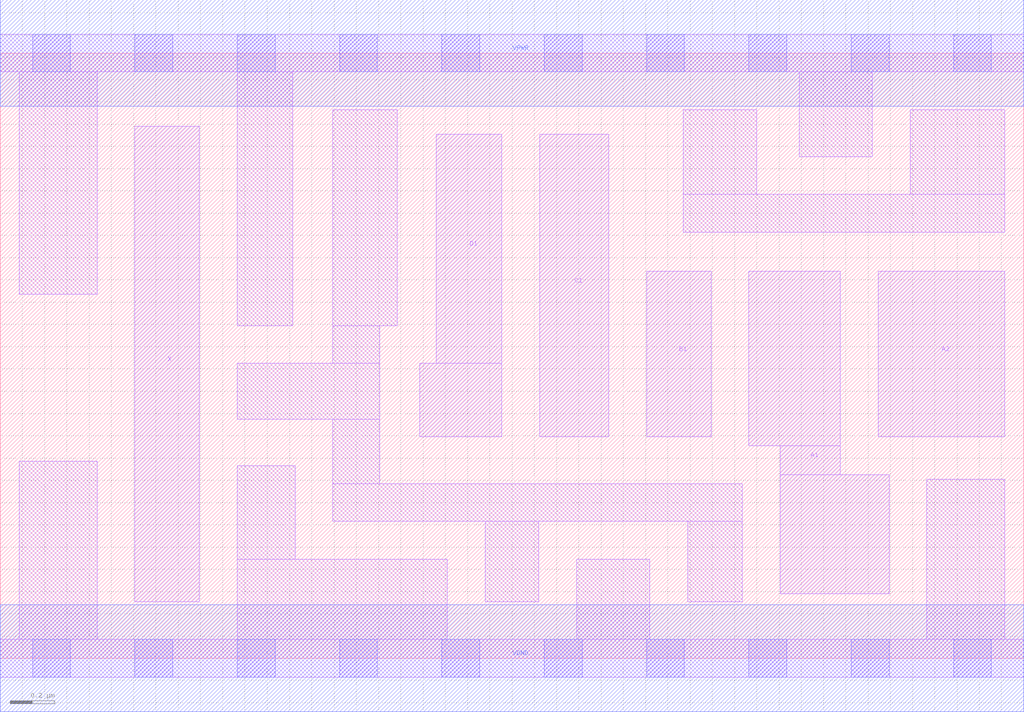
<source format=lef>
# Copyright 2020 The SkyWater PDK Authors
#
# Licensed under the Apache License, Version 2.0 (the "License");
# you may not use this file except in compliance with the License.
# You may obtain a copy of the License at
#
#     https://www.apache.org/licenses/LICENSE-2.0
#
# Unless required by applicable law or agreed to in writing, software
# distributed under the License is distributed on an "AS IS" BASIS,
# WITHOUT WARRANTIES OR CONDITIONS OF ANY KIND, either express or implied.
# See the License for the specific language governing permissions and
# limitations under the License.
#
# SPDX-License-Identifier: Apache-2.0

VERSION 5.7 ;
  NAMESCASESENSITIVE ON ;
  NOWIREEXTENSIONATPIN ON ;
  DIVIDERCHAR "/" ;
  BUSBITCHARS "[]" ;
UNITS
  DATABASE MICRONS 200 ;
END UNITS
MACRO sky130_fd_sc_hd__a2111o_2
  CLASS CORE ;
  FOREIGN sky130_fd_sc_hd__a2111o_2 ;
  ORIGIN  0.000000  0.000000 ;
  SIZE  4.600000 BY  2.720000 ;
  SYMMETRY X Y R90 ;
  SITE unithd ;
  PIN A1
    ANTENNAGATEAREA  0.247500 ;
    DIRECTION INPUT ;
    USE SIGNAL ;
    PORT
      LAYER li1 ;
        RECT 3.365000 0.955000 3.775000 1.740000 ;
        RECT 3.505000 0.290000 3.995000 0.825000 ;
        RECT 3.505000 0.825000 3.775000 0.955000 ;
    END
  END A1
  PIN A2
    ANTENNAGATEAREA  0.247500 ;
    DIRECTION INPUT ;
    USE SIGNAL ;
    PORT
      LAYER li1 ;
        RECT 3.945000 0.995000 4.515000 1.740000 ;
    END
  END A2
  PIN B1
    ANTENNAGATEAREA  0.247500 ;
    DIRECTION INPUT ;
    USE SIGNAL ;
    PORT
      LAYER li1 ;
        RECT 2.905000 0.995000 3.195000 1.740000 ;
    END
  END B1
  PIN C1
    ANTENNAGATEAREA  0.247500 ;
    DIRECTION INPUT ;
    USE SIGNAL ;
    PORT
      LAYER li1 ;
        RECT 2.425000 0.995000 2.735000 2.355000 ;
    END
  END C1
  PIN D1
    ANTENNAGATEAREA  0.247500 ;
    DIRECTION INPUT ;
    USE SIGNAL ;
    PORT
      LAYER li1 ;
        RECT 1.885000 0.995000 2.255000 1.325000 ;
        RECT 1.960000 1.325000 2.255000 2.355000 ;
    END
  END D1
  PIN X
    ANTENNADIFFAREA  0.462000 ;
    DIRECTION OUTPUT ;
    USE SIGNAL ;
    PORT
      LAYER li1 ;
        RECT 0.605000 0.255000 0.895000 2.390000 ;
    END
  END X
  PIN VGND
    DIRECTION INOUT ;
    SHAPE ABUTMENT ;
    USE GROUND ;
    PORT
      LAYER met1 ;
        RECT 0.000000 -0.240000 4.600000 0.240000 ;
    END
  END VGND
  PIN VPWR
    DIRECTION INOUT ;
    SHAPE ABUTMENT ;
    USE POWER ;
    PORT
      LAYER met1 ;
        RECT 0.000000 2.480000 4.600000 2.960000 ;
    END
  END VPWR
  OBS
    LAYER li1 ;
      RECT 0.000000 -0.085000 4.600000 0.085000 ;
      RECT 0.000000  2.635000 4.600000 2.805000 ;
      RECT 0.085000  0.085000 0.435000 0.885000 ;
      RECT 0.085000  1.635000 0.435000 2.635000 ;
      RECT 1.065000  0.085000 2.010000 0.445000 ;
      RECT 1.065000  0.445000 1.325000 0.865000 ;
      RECT 1.065000  1.075000 1.705000 1.325000 ;
      RECT 1.065000  1.495000 1.315000 2.635000 ;
      RECT 1.495000  0.615000 3.335000 0.785000 ;
      RECT 1.495000  0.785000 1.705000 1.075000 ;
      RECT 1.495000  1.325000 1.705000 1.495000 ;
      RECT 1.495000  1.495000 1.785000 2.465000 ;
      RECT 2.180000  0.255000 2.420000 0.615000 ;
      RECT 2.590000  0.085000 2.920000 0.445000 ;
      RECT 3.070000  1.915000 4.515000 2.085000 ;
      RECT 3.070000  2.085000 3.400000 2.465000 ;
      RECT 3.090000  0.255000 3.335000 0.615000 ;
      RECT 3.590000  2.255000 3.920000 2.635000 ;
      RECT 4.090000  2.085000 4.515000 2.465000 ;
      RECT 4.165000  0.085000 4.515000 0.805000 ;
    LAYER mcon ;
      RECT 0.145000 -0.085000 0.315000 0.085000 ;
      RECT 0.145000  2.635000 0.315000 2.805000 ;
      RECT 0.605000 -0.085000 0.775000 0.085000 ;
      RECT 0.605000  2.635000 0.775000 2.805000 ;
      RECT 1.065000 -0.085000 1.235000 0.085000 ;
      RECT 1.065000  2.635000 1.235000 2.805000 ;
      RECT 1.525000 -0.085000 1.695000 0.085000 ;
      RECT 1.525000  2.635000 1.695000 2.805000 ;
      RECT 1.985000 -0.085000 2.155000 0.085000 ;
      RECT 1.985000  2.635000 2.155000 2.805000 ;
      RECT 2.445000 -0.085000 2.615000 0.085000 ;
      RECT 2.445000  2.635000 2.615000 2.805000 ;
      RECT 2.905000 -0.085000 3.075000 0.085000 ;
      RECT 2.905000  2.635000 3.075000 2.805000 ;
      RECT 3.365000 -0.085000 3.535000 0.085000 ;
      RECT 3.365000  2.635000 3.535000 2.805000 ;
      RECT 3.825000 -0.085000 3.995000 0.085000 ;
      RECT 3.825000  2.635000 3.995000 2.805000 ;
      RECT 4.285000 -0.085000 4.455000 0.085000 ;
      RECT 4.285000  2.635000 4.455000 2.805000 ;
  END
END sky130_fd_sc_hd__a2111o_2
END LIBRARY

</source>
